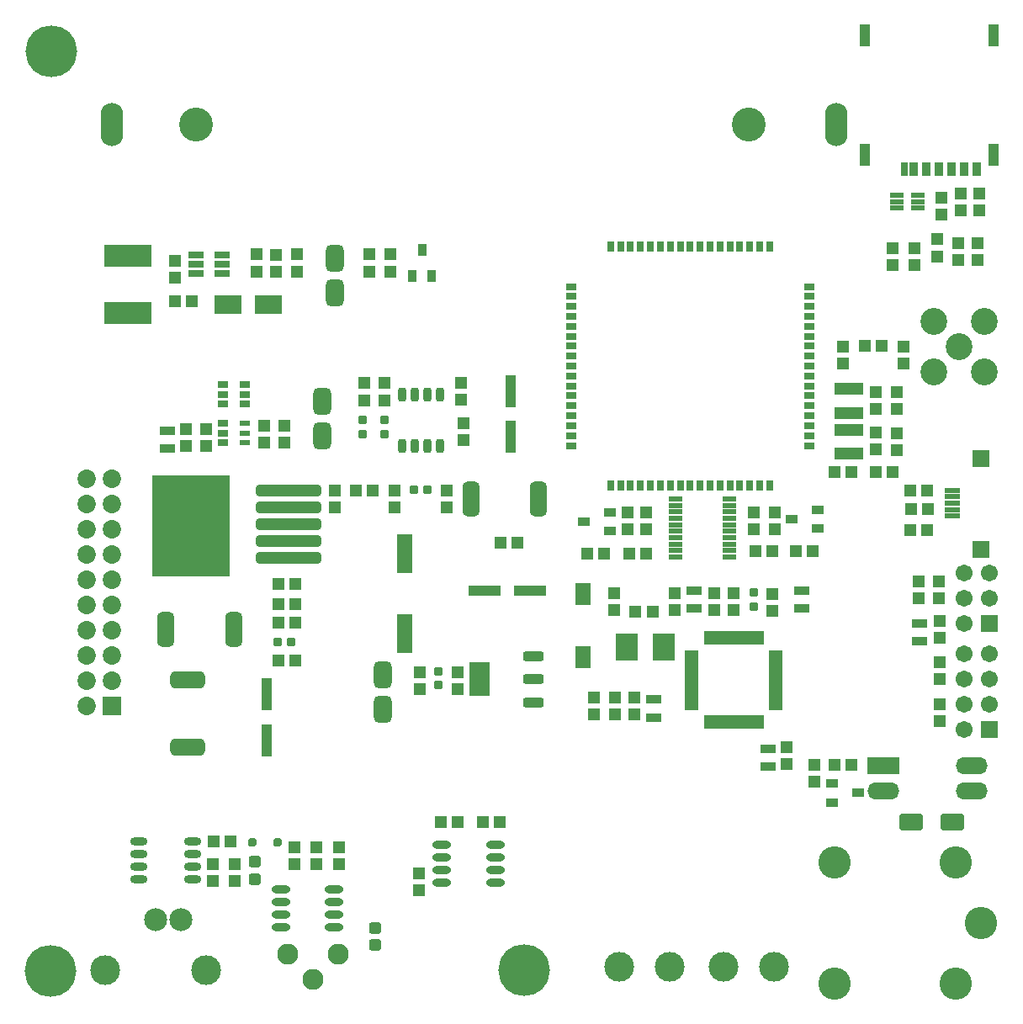
<source format=gts>
G04*
G04 #@! TF.GenerationSoftware,Altium Limited,Altium Designer,21.0.8 (223)*
G04*
G04 Layer_Color=8388736*
%FSTAX24Y24*%
%MOIN*%
G70*
G04*
G04 #@! TF.SameCoordinates,736B94AB-3AD6-4132-BD99-26C8E2632B86*
G04*
G04*
G04 #@! TF.FilePolarity,Negative*
G04*
G01*
G75*
G04:AMPARAMS|DCode=74|XSize=68mil|YSize=136.7mil|CornerRadius=19mil|HoleSize=0mil|Usage=FLASHONLY|Rotation=0.000|XOffset=0mil|YOffset=0mil|HoleType=Round|Shape=RoundedRectangle|*
%AMROUNDEDRECTD74*
21,1,0.0680,0.0987,0,0,0.0*
21,1,0.0300,0.1367,0,0,0.0*
1,1,0.0380,0.0150,-0.0494*
1,1,0.0380,-0.0150,-0.0494*
1,1,0.0380,-0.0150,0.0494*
1,1,0.0380,0.0150,0.0494*
%
%ADD74ROUNDEDRECTD74*%
%ADD75R,0.0512X0.0472*%
%ADD76R,0.0434X0.1261*%
G04:AMPARAMS|DCode=77|XSize=71mil|YSize=106.4mil|CornerRadius=19.7mil|HoleSize=0mil|Usage=FLASHONLY|Rotation=0.000|XOffset=0mil|YOffset=0mil|HoleType=Round|Shape=RoundedRectangle|*
%AMROUNDEDRECTD77*
21,1,0.0710,0.0669,0,0,0.0*
21,1,0.0315,0.1064,0,0,0.0*
1,1,0.0395,0.0157,-0.0335*
1,1,0.0395,-0.0157,-0.0335*
1,1,0.0395,-0.0157,0.0335*
1,1,0.0395,0.0157,0.0335*
%
%ADD77ROUNDEDRECTD77*%
%ADD78R,0.0828X0.1360*%
G04:AMPARAMS|DCode=79|XSize=39.5mil|YSize=82.8mil|CornerRadius=11.9mil|HoleSize=0mil|Usage=FLASHONLY|Rotation=90.000|XOffset=0mil|YOffset=0mil|HoleType=Round|Shape=RoundedRectangle|*
%AMROUNDEDRECTD79*
21,1,0.0395,0.0591,0,0,90.0*
21,1,0.0157,0.0828,0,0,90.0*
1,1,0.0237,0.0295,0.0079*
1,1,0.0237,0.0295,-0.0079*
1,1,0.0237,-0.0295,-0.0079*
1,1,0.0237,-0.0295,0.0079*
%
%ADD79ROUNDEDRECTD79*%
%ADD80R,0.0356X0.0529*%
%ADD81R,0.0395X0.0907*%
%ADD82R,0.0316X0.0529*%
%ADD83R,0.0472X0.0512*%
%ADD84R,0.0533X0.0237*%
%ADD85R,0.0198X0.0552*%
%ADD86R,0.0552X0.0198*%
%ADD87R,0.0611X0.0237*%
%ADD88R,0.0680X0.0680*%
%ADD89R,0.0552X0.0237*%
%ADD90R,0.0315X0.0433*%
%ADD91R,0.0433X0.0315*%
%ADD92O,0.1261X0.0671*%
%ADD93R,0.1261X0.0671*%
%ADD94O,0.0690X0.0316*%
%ADD95R,0.0513X0.0356*%
G04:AMPARAMS|DCode=96|XSize=94.6mil|YSize=67.1mil|CornerRadius=11.4mil|HoleSize=0mil|Usage=FLASHONLY|Rotation=180.000|XOffset=0mil|YOffset=0mil|HoleType=Round|Shape=RoundedRectangle|*
%AMROUNDEDRECTD96*
21,1,0.0946,0.0443,0,0,180.0*
21,1,0.0719,0.0671,0,0,180.0*
1,1,0.0228,-0.0359,0.0221*
1,1,0.0228,0.0359,0.0221*
1,1,0.0228,0.0359,-0.0221*
1,1,0.0228,-0.0359,-0.0221*
%
%ADD96ROUNDEDRECTD96*%
%ADD97R,0.0631X0.0356*%
G04:AMPARAMS|DCode=98|XSize=47.4mil|YSize=43.4mil|CornerRadius=8.4mil|HoleSize=0mil|Usage=FLASHONLY|Rotation=0.000|XOffset=0mil|YOffset=0mil|HoleType=Round|Shape=RoundedRectangle|*
%AMROUNDEDRECTD98*
21,1,0.0474,0.0266,0,0,0.0*
21,1,0.0305,0.0434,0,0,0.0*
1,1,0.0169,0.0153,-0.0133*
1,1,0.0169,-0.0153,-0.0133*
1,1,0.0169,-0.0153,0.0133*
1,1,0.0169,0.0153,0.0133*
%
%ADD98ROUNDEDRECTD98*%
%ADD99O,0.0749X0.0316*%
G04:AMPARAMS|DCode=100|XSize=31.6mil|YSize=35.6mil|CornerRadius=7mil|HoleSize=0mil|Usage=FLASHONLY|Rotation=180.000|XOffset=0mil|YOffset=0mil|HoleType=Round|Shape=RoundedRectangle|*
%AMROUNDEDRECTD100*
21,1,0.0316,0.0217,0,0,180.0*
21,1,0.0177,0.0356,0,0,180.0*
1,1,0.0139,-0.0089,0.0108*
1,1,0.0139,0.0089,0.0108*
1,1,0.0139,0.0089,-0.0108*
1,1,0.0139,-0.0089,-0.0108*
%
%ADD100ROUNDEDRECTD100*%
%ADD101R,0.1182X0.0454*%
%ADD102R,0.0631X0.0867*%
G04:AMPARAMS|DCode=103|XSize=35.6mil|YSize=35.6mil|CornerRadius=10.9mil|HoleSize=0mil|Usage=FLASHONLY|Rotation=270.000|XOffset=0mil|YOffset=0mil|HoleType=Round|Shape=RoundedRectangle|*
%AMROUNDEDRECTD103*
21,1,0.0356,0.0138,0,0,270.0*
21,1,0.0138,0.0356,0,0,270.0*
1,1,0.0218,-0.0069,-0.0069*
1,1,0.0218,-0.0069,0.0069*
1,1,0.0218,0.0069,0.0069*
1,1,0.0218,0.0069,-0.0069*
%
%ADD103ROUNDEDRECTD103*%
%ADD104R,0.0867X0.1104*%
G04:AMPARAMS|DCode=105|XSize=35.6mil|YSize=35.6mil|CornerRadius=10.9mil|HoleSize=0mil|Usage=FLASHONLY|Rotation=180.000|XOffset=0mil|YOffset=0mil|HoleType=Round|Shape=RoundedRectangle|*
%AMROUNDEDRECTD105*
21,1,0.0356,0.0138,0,0,180.0*
21,1,0.0138,0.0356,0,0,180.0*
1,1,0.0218,-0.0069,0.0069*
1,1,0.0218,0.0069,0.0069*
1,1,0.0218,0.0069,-0.0069*
1,1,0.0218,-0.0069,-0.0069*
%
%ADD105ROUNDEDRECTD105*%
%ADD106R,0.0631X0.1537*%
%ADD107R,0.1261X0.0434*%
G04:AMPARAMS|DCode=108|XSize=31.6mil|YSize=55.2mil|CornerRadius=9.9mil|HoleSize=0mil|Usage=FLASHONLY|Rotation=180.000|XOffset=0mil|YOffset=0mil|HoleType=Round|Shape=RoundedRectangle|*
%AMROUNDEDRECTD108*
21,1,0.0316,0.0354,0,0,180.0*
21,1,0.0118,0.0552,0,0,180.0*
1,1,0.0198,-0.0059,0.0177*
1,1,0.0198,0.0059,0.0177*
1,1,0.0198,0.0059,-0.0177*
1,1,0.0198,-0.0059,-0.0177*
%
%ADD108ROUNDEDRECTD108*%
%ADD109R,0.3112X0.4017*%
G04:AMPARAMS|DCode=110|XSize=258mil|YSize=48.2mil|CornerRadius=14mil|HoleSize=0mil|Usage=FLASHONLY|Rotation=0.000|XOffset=0mil|YOffset=0mil|HoleType=Round|Shape=RoundedRectangle|*
%AMROUNDEDRECTD110*
21,1,0.2580,0.0201,0,0,0.0*
21,1,0.2299,0.0482,0,0,0.0*
1,1,0.0281,0.1150,-0.0100*
1,1,0.0281,-0.1150,-0.0100*
1,1,0.0281,-0.1150,0.0100*
1,1,0.0281,0.1150,0.0100*
%
%ADD110ROUNDEDRECTD110*%
G04:AMPARAMS|DCode=111|XSize=27.7mil|YSize=63.1mil|CornerRadius=8.9mil|HoleSize=0mil|Usage=FLASHONLY|Rotation=90.000|XOffset=0mil|YOffset=0mil|HoleType=Round|Shape=RoundedRectangle|*
%AMROUNDEDRECTD111*
21,1,0.0277,0.0453,0,0,90.0*
21,1,0.0098,0.0631,0,0,90.0*
1,1,0.0178,0.0226,0.0049*
1,1,0.0178,0.0226,-0.0049*
1,1,0.0178,-0.0226,-0.0049*
1,1,0.0178,-0.0226,0.0049*
%
%ADD111ROUNDEDRECTD111*%
%ADD112R,0.1891X0.0867*%
%ADD113R,0.0395X0.0237*%
%ADD114R,0.0395X0.0277*%
%ADD115R,0.0395X0.0316*%
%ADD116R,0.1064X0.0749*%
G04:AMPARAMS|DCode=117|XSize=68mil|YSize=136.7mil|CornerRadius=19mil|HoleSize=0mil|Usage=FLASHONLY|Rotation=90.000|XOffset=0mil|YOffset=0mil|HoleType=Round|Shape=RoundedRectangle|*
%AMROUNDEDRECTD117*
21,1,0.0680,0.0987,0,0,90.0*
21,1,0.0300,0.1367,0,0,90.0*
1,1,0.0380,0.0494,0.0150*
1,1,0.0380,0.0494,-0.0150*
1,1,0.0380,-0.0494,-0.0150*
1,1,0.0380,-0.0494,0.0150*
%
%ADD117ROUNDEDRECTD117*%
%ADD118R,0.0356X0.0513*%
%ADD119C,0.1180*%
%ADD120C,0.1182*%
%ADD121C,0.0907*%
%ADD122C,0.2049*%
%ADD123C,0.1340*%
%ADD124O,0.0895X0.1710*%
%ADD125C,0.1280*%
%ADD126C,0.0671*%
%ADD127R,0.0671X0.0671*%
%ADD128C,0.1064*%
%ADD129R,0.0730X0.0730*%
%ADD130C,0.0730*%
%ADD131C,0.0830*%
%ADD132C,0.0356*%
D74*
X028089Y030039D02*
D03*
X03077D02*
D03*
X018691Y0249D02*
D03*
X016009D02*
D03*
D75*
X029941Y028307D02*
D03*
X029272D02*
D03*
X045492Y030394D02*
D03*
X046161D02*
D03*
X045512Y029646D02*
D03*
X046181D02*
D03*
X046161Y028819D02*
D03*
X045492D02*
D03*
X032697Y027874D02*
D03*
X033366D02*
D03*
X03502D02*
D03*
X03435D02*
D03*
X04435Y036102D02*
D03*
X043681D02*
D03*
X043169Y019528D02*
D03*
X0425D02*
D03*
X02689Y017244D02*
D03*
X027559D02*
D03*
X028563D02*
D03*
X029232D02*
D03*
X017894Y016496D02*
D03*
X018563D02*
D03*
X040965Y027992D02*
D03*
X041634D02*
D03*
X04002D02*
D03*
X03935D02*
D03*
X0425Y031102D02*
D03*
X043169D02*
D03*
X044783Y031102D02*
D03*
X044114D02*
D03*
X03461Y025587D02*
D03*
X03528D02*
D03*
X02352Y030397D02*
D03*
X024189D02*
D03*
X017035Y0379D02*
D03*
X016365D02*
D03*
X020465Y0267D02*
D03*
X021135D02*
D03*
X020465Y0259D02*
D03*
X021135D02*
D03*
X021136Y023643D02*
D03*
X020466D02*
D03*
X021135Y02515D02*
D03*
X020465D02*
D03*
D76*
X02Y022306D02*
D03*
Y020494D02*
D03*
X02965Y034332D02*
D03*
Y032521D02*
D03*
D77*
X024606Y021713D02*
D03*
Y023091D02*
D03*
X0222Y032538D02*
D03*
Y033916D02*
D03*
X0227Y039589D02*
D03*
Y038211D02*
D03*
D78*
X028424Y022906D02*
D03*
D79*
X03055D02*
D03*
Y023811D02*
D03*
Y022D02*
D03*
D80*
X047142Y043106D02*
D03*
X046142D02*
D03*
X047642D02*
D03*
X046642D02*
D03*
X045642D02*
D03*
X048142D02*
D03*
D81*
X048799Y043689D02*
D03*
X043681Y048413D02*
D03*
X048799D02*
D03*
X043681Y043689D02*
D03*
D82*
X045268Y043106D02*
D03*
D83*
X046654Y022913D02*
D03*
Y023583D02*
D03*
X046732Y041988D02*
D03*
Y041319D02*
D03*
X044803Y039311D02*
D03*
Y03998D02*
D03*
X045236Y035413D02*
D03*
Y036083D02*
D03*
X045669Y039311D02*
D03*
Y03998D02*
D03*
X027795Y032382D02*
D03*
Y033051D02*
D03*
X0249Y039735D02*
D03*
Y039065D02*
D03*
X039291Y028839D02*
D03*
Y029508D02*
D03*
X040118Y028839D02*
D03*
Y029508D02*
D03*
X048228Y041476D02*
D03*
Y042146D02*
D03*
X04748Y041476D02*
D03*
Y042146D02*
D03*
X047402Y040197D02*
D03*
Y039528D02*
D03*
X048167Y04019D02*
D03*
Y03952D02*
D03*
X046575Y040335D02*
D03*
Y039665D02*
D03*
X042835Y035413D02*
D03*
Y036083D02*
D03*
X046654Y025217D02*
D03*
Y024547D02*
D03*
X046614Y026791D02*
D03*
Y026122D02*
D03*
X045817Y026791D02*
D03*
Y026122D02*
D03*
X041693Y019508D02*
D03*
Y018839D02*
D03*
X026024Y014547D02*
D03*
Y015217D02*
D03*
X022874Y01626D02*
D03*
Y015591D02*
D03*
X021969Y01626D02*
D03*
Y015591D02*
D03*
X021102Y01624D02*
D03*
Y015571D02*
D03*
X01874Y014902D02*
D03*
Y015571D02*
D03*
X017874Y014902D02*
D03*
Y015571D02*
D03*
X027129Y030378D02*
D03*
Y029708D02*
D03*
X034291Y029508D02*
D03*
Y028839D02*
D03*
X035039Y029508D02*
D03*
Y028839D02*
D03*
X044134Y033622D02*
D03*
Y034291D02*
D03*
X044961Y033622D02*
D03*
Y034291D02*
D03*
X044134Y032677D02*
D03*
Y032008D02*
D03*
X044961Y032657D02*
D03*
Y031988D02*
D03*
X033745Y026322D02*
D03*
Y025653D02*
D03*
X03378Y021509D02*
D03*
Y022178D02*
D03*
X032953D02*
D03*
Y021509D02*
D03*
X037731Y026322D02*
D03*
Y025653D02*
D03*
X038504Y026319D02*
D03*
Y02565D02*
D03*
X040591Y019547D02*
D03*
Y020217D02*
D03*
X040039Y02628D02*
D03*
Y02561D02*
D03*
X046654Y02126D02*
D03*
Y021929D02*
D03*
X036145Y026322D02*
D03*
Y025653D02*
D03*
X03455Y022178D02*
D03*
Y021509D02*
D03*
X025064Y029718D02*
D03*
Y030387D02*
D03*
X02385Y033965D02*
D03*
Y034635D02*
D03*
X02465Y033965D02*
D03*
Y034635D02*
D03*
X0277Y033992D02*
D03*
Y034661D02*
D03*
X02755Y023185D02*
D03*
Y022515D02*
D03*
X02605D02*
D03*
Y023185D02*
D03*
X020702Y032954D02*
D03*
Y032285D02*
D03*
X0227Y030385D02*
D03*
Y029715D02*
D03*
X0199Y032954D02*
D03*
Y032285D02*
D03*
X01635Y038815D02*
D03*
Y039485D02*
D03*
X0176Y03215D02*
D03*
Y032819D02*
D03*
X0168Y032819D02*
D03*
Y03215D02*
D03*
X020367Y039062D02*
D03*
Y039731D02*
D03*
X0196Y039735D02*
D03*
Y039065D02*
D03*
X0212D02*
D03*
Y039735D02*
D03*
X02405Y039065D02*
D03*
Y039735D02*
D03*
D84*
X0458Y042085D02*
D03*
Y041829D02*
D03*
Y041573D02*
D03*
X044973D02*
D03*
Y041829D02*
D03*
Y042085D02*
D03*
D85*
X039587Y024547D02*
D03*
X03939D02*
D03*
X039193D02*
D03*
X038996D02*
D03*
X038799D02*
D03*
X038602D02*
D03*
X038406D02*
D03*
X038209D02*
D03*
X038012D02*
D03*
X037815D02*
D03*
X037618D02*
D03*
X039587Y021201D02*
D03*
X03939D02*
D03*
X039193D02*
D03*
X038996D02*
D03*
X038799D02*
D03*
X038602D02*
D03*
X038406D02*
D03*
X038209D02*
D03*
X038012D02*
D03*
X037815D02*
D03*
X037618D02*
D03*
X037421Y024547D02*
D03*
Y021201D02*
D03*
D86*
X040177Y021791D02*
D03*
Y021988D02*
D03*
Y022185D02*
D03*
Y022382D02*
D03*
Y022579D02*
D03*
Y022776D02*
D03*
Y022972D02*
D03*
Y023169D02*
D03*
Y023366D02*
D03*
Y023563D02*
D03*
Y02376D02*
D03*
Y023957D02*
D03*
X036831Y021791D02*
D03*
Y021988D02*
D03*
Y022185D02*
D03*
Y022382D02*
D03*
Y022579D02*
D03*
Y022776D02*
D03*
Y022972D02*
D03*
Y023169D02*
D03*
Y023366D02*
D03*
Y023563D02*
D03*
Y02376D02*
D03*
Y023953D02*
D03*
D87*
X047165Y030394D02*
D03*
Y030138D02*
D03*
Y029882D02*
D03*
Y029626D02*
D03*
Y02937D02*
D03*
D88*
X048295Y028054D02*
D03*
X048305Y031664D02*
D03*
D89*
X038329Y027746D02*
D03*
Y030049D02*
D03*
Y029793D02*
D03*
Y029537D02*
D03*
Y029281D02*
D03*
Y029026D02*
D03*
Y02877D02*
D03*
Y028514D02*
D03*
Y028258D02*
D03*
Y028002D02*
D03*
X036203Y027746D02*
D03*
Y028002D02*
D03*
Y028258D02*
D03*
Y028514D02*
D03*
Y02877D02*
D03*
Y029026D02*
D03*
Y029281D02*
D03*
Y029537D02*
D03*
Y029793D02*
D03*
Y030049D02*
D03*
D90*
X03874Y040039D02*
D03*
X039134D02*
D03*
X039528D02*
D03*
X039921D02*
D03*
X038346Y030591D02*
D03*
X037953D02*
D03*
X039921D02*
D03*
X039528D02*
D03*
X039134D02*
D03*
X03874D02*
D03*
X037559D02*
D03*
X035591D02*
D03*
X035984D02*
D03*
X036378D02*
D03*
X036772D02*
D03*
X037165D02*
D03*
X034016D02*
D03*
X035197D02*
D03*
X034803D02*
D03*
X034409D02*
D03*
X033622D02*
D03*
X038346Y040039D02*
D03*
X037165D02*
D03*
X034016D02*
D03*
X036772D02*
D03*
X036378D02*
D03*
X035984D02*
D03*
X035591D02*
D03*
X035197D02*
D03*
X034803D02*
D03*
X034409D02*
D03*
X037559D02*
D03*
X037953D02*
D03*
X033622D02*
D03*
D91*
X041496Y038465D02*
D03*
Y038071D02*
D03*
Y037677D02*
D03*
Y037283D02*
D03*
Y03689D02*
D03*
Y036496D02*
D03*
X032047Y032165D02*
D03*
Y032953D02*
D03*
Y033346D02*
D03*
Y032559D02*
D03*
Y03374D02*
D03*
X041496Y036102D02*
D03*
Y035709D02*
D03*
Y034134D02*
D03*
Y035315D02*
D03*
Y034921D02*
D03*
Y032165D02*
D03*
Y032559D02*
D03*
Y032953D02*
D03*
Y033346D02*
D03*
Y03374D02*
D03*
Y034528D02*
D03*
X032047Y034134D02*
D03*
Y038465D02*
D03*
Y036496D02*
D03*
Y038071D02*
D03*
Y037677D02*
D03*
Y037283D02*
D03*
Y03689D02*
D03*
Y036102D02*
D03*
Y035709D02*
D03*
Y035315D02*
D03*
Y034921D02*
D03*
Y034528D02*
D03*
D92*
X044425Y018476D02*
D03*
X047937Y019476D02*
D03*
Y018476D02*
D03*
D93*
X044425Y019476D02*
D03*
D94*
X017047Y014998D02*
D03*
Y015498D02*
D03*
Y015998D02*
D03*
Y016498D02*
D03*
X014921Y014998D02*
D03*
Y015498D02*
D03*
Y015998D02*
D03*
Y016498D02*
D03*
D95*
X040787Y029252D02*
D03*
X041811Y029626D02*
D03*
Y028878D02*
D03*
X042402Y01878D02*
D03*
Y018032D02*
D03*
X043425Y018406D02*
D03*
X033583Y02878D02*
D03*
Y029528D02*
D03*
X032559Y029154D02*
D03*
D96*
X047165Y017244D02*
D03*
X045512D02*
D03*
D97*
X045866Y024423D02*
D03*
Y025132D02*
D03*
X039862Y019449D02*
D03*
Y020157D02*
D03*
X036924Y026433D02*
D03*
Y025724D02*
D03*
X041181Y026417D02*
D03*
Y025709D02*
D03*
X035317Y022103D02*
D03*
Y021394D02*
D03*
X01605Y032754D02*
D03*
Y032046D02*
D03*
D98*
X024291Y012382D02*
D03*
Y013051D02*
D03*
X019528Y015D02*
D03*
Y015669D02*
D03*
D99*
X026929Y015841D02*
D03*
Y014841D02*
D03*
Y015341D02*
D03*
Y016341D02*
D03*
X029055Y014841D02*
D03*
Y015341D02*
D03*
Y015841D02*
D03*
Y016341D02*
D03*
X020551Y013069D02*
D03*
Y013569D02*
D03*
Y014069D02*
D03*
Y014569D02*
D03*
X022677Y013069D02*
D03*
Y014069D02*
D03*
Y014569D02*
D03*
Y013569D02*
D03*
D100*
X020413Y016457D02*
D03*
X019429D02*
D03*
D101*
X043071Y034409D02*
D03*
Y033465D02*
D03*
Y03185D02*
D03*
Y032795D02*
D03*
D102*
X032517Y026299D02*
D03*
Y02378D02*
D03*
D103*
X039291Y025787D02*
D03*
Y026339D02*
D03*
X02465Y033176D02*
D03*
Y032624D02*
D03*
X023805Y033173D02*
D03*
Y032621D02*
D03*
X0268Y022674D02*
D03*
Y023226D02*
D03*
D104*
X034272Y024173D02*
D03*
X035728D02*
D03*
D105*
X026375Y03042D02*
D03*
X025824D02*
D03*
X020424Y0244D02*
D03*
X020976D02*
D03*
D106*
X02545Y0279D02*
D03*
D03*
Y024711D02*
D03*
D107*
X030433Y026417D02*
D03*
X028622D02*
D03*
D108*
X02585Y0342D02*
D03*
X02685D02*
D03*
X02635D02*
D03*
X02535D02*
D03*
X02685D02*
D03*
Y032153D02*
D03*
X02635D02*
D03*
X02585D02*
D03*
X02535D02*
D03*
D109*
X017001Y028971D02*
D03*
D110*
X02085Y027711D02*
D03*
Y028381D02*
D03*
Y02905D02*
D03*
Y029719D02*
D03*
Y030389D02*
D03*
D111*
X018212Y03935D02*
D03*
Y039724D02*
D03*
X017188Y038976D02*
D03*
Y03935D02*
D03*
Y039724D02*
D03*
X018212Y038976D02*
D03*
D112*
X0145Y039692D02*
D03*
Y037408D02*
D03*
D113*
X019132Y033038D02*
D03*
Y032664D02*
D03*
Y03229D02*
D03*
D114*
X018266Y033038D02*
D03*
Y032664D02*
D03*
Y03229D02*
D03*
D115*
X019133Y033826D02*
D03*
Y034574D02*
D03*
Y0342D02*
D03*
X018267Y033826D02*
D03*
Y0342D02*
D03*
Y034574D02*
D03*
D116*
X01845Y03775D02*
D03*
X02005D02*
D03*
D117*
X016871Y020202D02*
D03*
Y022883D02*
D03*
D118*
X02615Y039912D02*
D03*
X026524Y038888D02*
D03*
X025776D02*
D03*
D119*
X035952Y011526D02*
D03*
X033952D02*
D03*
X038078D02*
D03*
X040078D02*
D03*
D120*
X017591Y011372D02*
D03*
X013591D02*
D03*
D121*
X016591Y013372D02*
D03*
X015591D02*
D03*
D122*
X030197Y011378D02*
D03*
X011417Y011339D02*
D03*
X011457Y047795D02*
D03*
D123*
X039098Y044882D02*
D03*
X017203D02*
D03*
D124*
X042559D02*
D03*
X013858D02*
D03*
D125*
X04729Y015657D02*
D03*
X04249Y010857D02*
D03*
X04829Y013257D02*
D03*
X04249Y015657D02*
D03*
X04729Y010857D02*
D03*
D126*
X047622Y027126D02*
D03*
Y026126D02*
D03*
Y025126D02*
D03*
X048622Y027126D02*
D03*
Y026126D02*
D03*
Y021929D02*
D03*
Y022929D02*
D03*
Y023929D02*
D03*
X047622Y020929D02*
D03*
Y021929D02*
D03*
Y022929D02*
D03*
Y023929D02*
D03*
D127*
X048622Y025126D02*
D03*
Y020929D02*
D03*
D128*
X046425Y037079D02*
D03*
Y035079D02*
D03*
X048425D02*
D03*
Y037079D02*
D03*
X047425Y036079D02*
D03*
D129*
X01385Y02185D02*
D03*
D130*
X01285D02*
D03*
X01385Y02285D02*
D03*
X01285D02*
D03*
X01385Y02385D02*
D03*
X01285D02*
D03*
X01385Y02485D02*
D03*
X01285D02*
D03*
X01385Y02585D02*
D03*
X01285D02*
D03*
X01385Y02685D02*
D03*
X01285D02*
D03*
X01385Y02785D02*
D03*
X01285D02*
D03*
X01385Y02885D02*
D03*
X01285D02*
D03*
X01385Y02985D02*
D03*
X01285D02*
D03*
X01385Y03085D02*
D03*
X01285D02*
D03*
D131*
X020827Y012008D02*
D03*
X022827D02*
D03*
X021827Y011008D02*
D03*
D132*
X016614Y027968D02*
D03*
X01566Y02874D02*
D03*
X01752Y030354D02*
D03*
X016575Y029496D02*
D03*
X01562D02*
D03*
X01752D02*
D03*
X017559Y027205D02*
D03*
Y027968D02*
D03*
X01562Y030354D02*
D03*
X016614Y027205D02*
D03*
X01566Y027968D02*
D03*
Y027205D02*
D03*
X017559Y02874D02*
D03*
X016575Y030354D02*
D03*
X016614Y02874D02*
D03*
M02*

</source>
